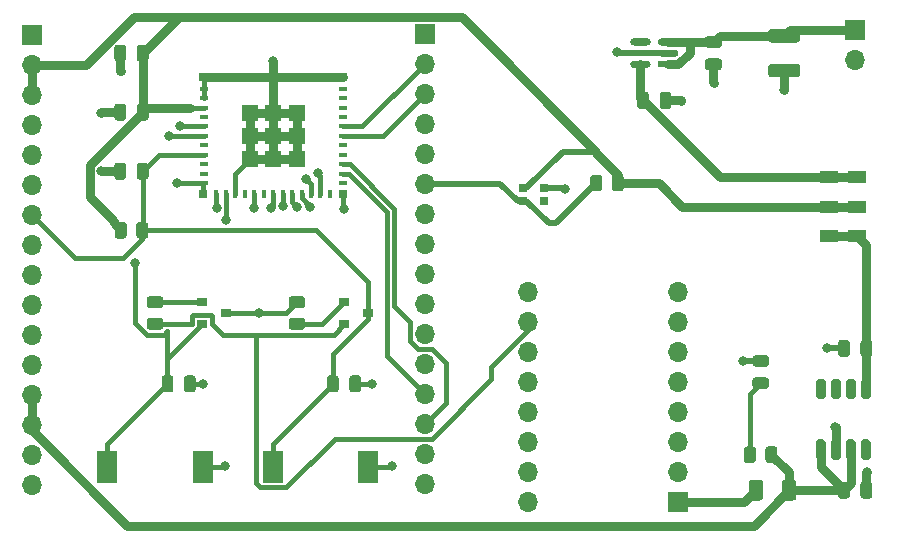
<source format=gbr>
G04 #@! TF.GenerationSoftware,KiCad,Pcbnew,(5.1.12-1-10_14)*
G04 #@! TF.CreationDate,2021-12-17T20:41:21-05:00*
G04 #@! TF.ProjectId,ClonedESP32DevBoard,436c6f6e-6564-4455-9350-333244657642,rev?*
G04 #@! TF.SameCoordinates,Original*
G04 #@! TF.FileFunction,Copper,L1,Top*
G04 #@! TF.FilePolarity,Positive*
%FSLAX46Y46*%
G04 Gerber Fmt 4.6, Leading zero omitted, Abs format (unit mm)*
G04 Created by KiCad (PCBNEW (5.1.12-1-10_14)) date 2021-12-17 20:41:21*
%MOMM*%
%LPD*%
G01*
G04 APERTURE LIST*
G04 #@! TA.AperFunction,ComponentPad*
%ADD10O,1.700000X1.700000*%
G04 #@! TD*
G04 #@! TA.AperFunction,ComponentPad*
%ADD11R,1.700000X1.700000*%
G04 #@! TD*
G04 #@! TA.AperFunction,SMDPad,CuDef*
%ADD12R,0.700000X0.700000*%
G04 #@! TD*
G04 #@! TA.AperFunction,SMDPad,CuDef*
%ADD13R,1.450000X1.450000*%
G04 #@! TD*
G04 #@! TA.AperFunction,SMDPad,CuDef*
%ADD14R,0.400000X0.800000*%
G04 #@! TD*
G04 #@! TA.AperFunction,SMDPad,CuDef*
%ADD15R,0.800000X0.400000*%
G04 #@! TD*
G04 #@! TA.AperFunction,SMDPad,CuDef*
%ADD16R,1.755639X0.609807*%
G04 #@! TD*
G04 #@! TA.AperFunction,SMDPad,CuDef*
%ADD17R,1.600000X1.000000*%
G04 #@! TD*
G04 #@! TA.AperFunction,SMDPad,CuDef*
%ADD18R,1.701800X2.692400*%
G04 #@! TD*
G04 #@! TA.AperFunction,SMDPad,CuDef*
%ADD19R,0.900000X0.800000*%
G04 #@! TD*
G04 #@! TA.AperFunction,ViaPad*
%ADD20C,0.800000*%
G04 #@! TD*
G04 #@! TA.AperFunction,Conductor*
%ADD21C,0.750000*%
G04 #@! TD*
G04 #@! TA.AperFunction,Conductor*
%ADD22C,0.500000*%
G04 #@! TD*
G04 #@! TA.AperFunction,Conductor*
%ADD23C,0.400000*%
G04 #@! TD*
G04 APERTURE END LIST*
D10*
G04 #@! TO.P,BT1,2*
G04 #@! TO.N,GND*
X111843800Y-104167700D03*
D11*
G04 #@! TO.P,BT1,1*
G04 #@! TO.N,Net-(BT1-Pad1)*
X111843800Y-101627700D03*
G04 #@! TD*
D10*
G04 #@! TO.P,J4,16*
G04 #@! TO.N,GND*
X75433800Y-140087700D03*
G04 #@! TO.P,J4,15*
X75433800Y-137547700D03*
G04 #@! TO.P,J4,14*
G04 #@! TO.N,/GPIO19*
X75433800Y-135007700D03*
G04 #@! TO.P,J4,13*
G04 #@! TO.N,/GPIO18*
X75433800Y-132467700D03*
G04 #@! TO.P,J4,12*
G04 #@! TO.N,GND*
X75433800Y-129927700D03*
G04 #@! TO.P,J4,11*
G04 #@! TO.N,/GPIO4*
X75433800Y-127387700D03*
G04 #@! TO.P,J4,10*
G04 #@! TO.N,/GPIO5*
X75433800Y-124847700D03*
G04 #@! TO.P,J4,9*
G04 #@! TO.N,/GPIO6*
X75433800Y-122307700D03*
G04 #@! TO.P,J4,8*
G04 #@! TO.N,/GPIO7*
X75433800Y-119767700D03*
G04 #@! TO.P,J4,7*
G04 #@! TO.N,GND*
X75433800Y-117227700D03*
G04 #@! TO.P,J4,6*
G04 #@! TO.N,/GPIO8*
X75433800Y-114687700D03*
G04 #@! TO.P,J4,5*
G04 #@! TO.N,/GPIO9*
X75433800Y-112147700D03*
G04 #@! TO.P,J4,4*
G04 #@! TO.N,GND*
X75433800Y-109607700D03*
G04 #@! TO.P,J4,3*
G04 #@! TO.N,/U0RXD*
X75433800Y-107067700D03*
G04 #@! TO.P,J4,2*
G04 #@! TO.N,/U0TXD*
X75433800Y-104527700D03*
D11*
G04 #@! TO.P,J4,1*
G04 #@! TO.N,GND*
X75433800Y-101987700D03*
G04 #@! TD*
D10*
G04 #@! TO.P,J3,16*
G04 #@! TO.N,GND*
X42113800Y-140167700D03*
G04 #@! TO.P,J3,15*
X42113800Y-137627700D03*
G04 #@! TO.P,J3,14*
G04 #@! TO.N,+5V*
X42113800Y-135087700D03*
G04 #@! TO.P,J3,13*
X42113800Y-132547700D03*
G04 #@! TO.P,J3,12*
G04 #@! TO.N,GND*
X42113800Y-130007700D03*
G04 #@! TO.P,J3,11*
G04 #@! TO.N,/GPIO10*
X42113800Y-127467700D03*
G04 #@! TO.P,J3,10*
G04 #@! TO.N,/GPIO1*
X42113800Y-124927700D03*
G04 #@! TO.P,J3,9*
G04 #@! TO.N,/GPIO0*
X42113800Y-122387700D03*
G04 #@! TO.P,J3,8*
G04 #@! TO.N,GND*
X42113800Y-119847700D03*
G04 #@! TO.P,J3,7*
G04 #@! TO.N,/CHIP_PU*
X42113800Y-117307700D03*
G04 #@! TO.P,J3,6*
G04 #@! TO.N,GND*
X42113800Y-114767700D03*
G04 #@! TO.P,J3,5*
G04 #@! TO.N,/GPIO3*
X42113800Y-112227700D03*
G04 #@! TO.P,J3,4*
G04 #@! TO.N,/GPIO2*
X42113800Y-109687700D03*
G04 #@! TO.P,J3,3*
G04 #@! TO.N,+3V3*
X42113800Y-107147700D03*
G04 #@! TO.P,J3,2*
X42113800Y-104607700D03*
D11*
G04 #@! TO.P,J3,1*
G04 #@! TO.N,GND*
X42113800Y-102067700D03*
G04 #@! TD*
G04 #@! TO.P,R4,2*
G04 #@! TO.N,/CHIP_PU*
G04 #@! TA.AperFunction,SMDPad,CuDef*
G36*
G01*
X50973800Y-119077701D02*
X50973800Y-118177699D01*
G75*
G02*
X51223799Y-117927700I249999J0D01*
G01*
X51748801Y-117927700D01*
G75*
G02*
X51998800Y-118177699I0J-249999D01*
G01*
X51998800Y-119077701D01*
G75*
G02*
X51748801Y-119327700I-249999J0D01*
G01*
X51223799Y-119327700D01*
G75*
G02*
X50973800Y-119077701I0J249999D01*
G01*
G37*
G04 #@! TD.AperFunction*
G04 #@! TO.P,R4,1*
G04 #@! TO.N,+3V3*
G04 #@! TA.AperFunction,SMDPad,CuDef*
G36*
G01*
X49148800Y-119077701D02*
X49148800Y-118177699D01*
G75*
G02*
X49398799Y-117927700I249999J0D01*
G01*
X49923801Y-117927700D01*
G75*
G02*
X50173800Y-118177699I0J-249999D01*
G01*
X50173800Y-119077701D01*
G75*
G02*
X49923801Y-119327700I-249999J0D01*
G01*
X49398799Y-119327700D01*
G75*
G02*
X49148800Y-119077701I0J249999D01*
G01*
G37*
G04 #@! TD.AperFunction*
G04 #@! TD*
D12*
G04 #@! TO.P,IC1,61*
G04 #@! TO.N,GND*
X68523800Y-105677700D03*
G04 #@! TO.P,IC1,60*
X68523800Y-115577700D03*
G04 #@! TO.P,IC1,59*
X56623800Y-115577700D03*
G04 #@! TO.P,IC1,58*
X56623800Y-105677700D03*
D13*
G04 #@! TO.P,IC1,57*
X64548800Y-110627700D03*
G04 #@! TO.P,IC1,56*
X64548800Y-112602700D03*
G04 #@! TO.P,IC1,55*
X62573800Y-112602700D03*
G04 #@! TO.P,IC1,54*
X60598800Y-112602700D03*
G04 #@! TO.P,IC1,53*
X60598800Y-110627700D03*
G04 #@! TO.P,IC1,52*
X60598800Y-108652700D03*
G04 #@! TO.P,IC1,51*
X62573800Y-108652700D03*
G04 #@! TO.P,IC1,50*
X64548800Y-108652700D03*
G04 #@! TO.P,IC1,49*
X62573800Y-110627700D03*
D14*
G04 #@! TO.P,IC1,48*
X57773800Y-105727700D03*
G04 #@! TO.P,IC1,47*
X58573800Y-105727700D03*
G04 #@! TO.P,IC1,46*
X59373800Y-105727700D03*
G04 #@! TO.P,IC1,45*
X60173800Y-105727700D03*
G04 #@! TO.P,IC1,44*
X60973800Y-105727700D03*
G04 #@! TO.P,IC1,43*
X61773800Y-105727700D03*
G04 #@! TO.P,IC1,42*
X62573800Y-105727700D03*
G04 #@! TO.P,IC1,41*
X63373800Y-105727700D03*
G04 #@! TO.P,IC1,40*
X64173800Y-105727700D03*
G04 #@! TO.P,IC1,39*
X64973800Y-105727700D03*
G04 #@! TO.P,IC1,38*
X65773800Y-105727700D03*
G04 #@! TO.P,IC1,37*
X66573800Y-105727700D03*
G04 #@! TO.P,IC1,36*
X67373800Y-105727700D03*
D15*
G04 #@! TO.P,IC1,35*
G04 #@! TO.N,Net-(IC1-Pad35)*
X68473800Y-106627700D03*
G04 #@! TO.P,IC1,34*
G04 #@! TO.N,Net-(IC1-Pad34)*
X68473800Y-107427700D03*
G04 #@! TO.P,IC1,33*
G04 #@! TO.N,Net-(IC1-Pad33)*
X68473800Y-108227700D03*
G04 #@! TO.P,IC1,32*
G04 #@! TO.N,Net-(IC1-Pad32)*
X68473800Y-109027700D03*
G04 #@! TO.P,IC1,31*
G04 #@! TO.N,/U0TXD*
X68473800Y-109827700D03*
G04 #@! TO.P,IC1,30*
G04 #@! TO.N,/U0RXD*
X68473800Y-110627700D03*
G04 #@! TO.P,IC1,29*
G04 #@! TO.N,Net-(IC1-Pad29)*
X68473800Y-111427700D03*
G04 #@! TO.P,IC1,28*
G04 #@! TO.N,Net-(IC1-Pad28)*
X68473800Y-112227700D03*
G04 #@! TO.P,IC1,27*
G04 #@! TO.N,/GPIO19*
X68473800Y-113027700D03*
G04 #@! TO.P,IC1,26*
G04 #@! TO.N,/GPIO18*
X68473800Y-113827700D03*
G04 #@! TO.P,IC1,25*
G04 #@! TO.N,Net-(IC1-Pad25)*
X68473800Y-114627700D03*
D14*
G04 #@! TO.P,IC1,24*
G04 #@! TO.N,Net-(IC1-Pad24)*
X67373800Y-115527700D03*
G04 #@! TO.P,IC1,23*
G04 #@! TO.N,/GPIO9*
X66573800Y-115527700D03*
G04 #@! TO.P,IC1,22*
G04 #@! TO.N,/GPIO8*
X65773800Y-115527700D03*
G04 #@! TO.P,IC1,21*
G04 #@! TO.N,/GPIO7*
X64973800Y-115527700D03*
G04 #@! TO.P,IC1,20*
G04 #@! TO.N,/GPIO6*
X64173800Y-115527700D03*
G04 #@! TO.P,IC1,19*
G04 #@! TO.N,/GPIO5*
X63373800Y-115527700D03*
G04 #@! TO.P,IC1,18*
G04 #@! TO.N,/GPIO4*
X62573800Y-115527700D03*
G04 #@! TO.P,IC1,17*
G04 #@! TO.N,Net-(IC1-Pad17)*
X61773800Y-115527700D03*
G04 #@! TO.P,IC1,16*
G04 #@! TO.N,/GPIO10*
X60973800Y-115527700D03*
G04 #@! TO.P,IC1,15*
G04 #@! TO.N,Net-(IC1-Pad15)*
X60173800Y-115527700D03*
G04 #@! TO.P,IC1,14*
G04 #@! TO.N,GND*
X59373800Y-115527700D03*
G04 #@! TO.P,IC1,13*
G04 #@! TO.N,/GPIO1*
X58573800Y-115527700D03*
G04 #@! TO.P,IC1,12*
G04 #@! TO.N,/GPIO0*
X57773800Y-115527700D03*
D15*
G04 #@! TO.P,IC1,11*
G04 #@! TO.N,GND*
X56673800Y-114627700D03*
G04 #@! TO.P,IC1,10*
G04 #@! TO.N,Net-(IC1-Pad10)*
X56673800Y-113827700D03*
G04 #@! TO.P,IC1,9*
G04 #@! TO.N,Net-(IC1-Pad9)*
X56673800Y-113027700D03*
G04 #@! TO.P,IC1,8*
G04 #@! TO.N,/CHIP_PU*
X56673800Y-112227700D03*
G04 #@! TO.P,IC1,7*
G04 #@! TO.N,Net-(IC1-Pad7)*
X56673800Y-111427700D03*
G04 #@! TO.P,IC1,6*
G04 #@! TO.N,/GPIO3*
X56673800Y-110627700D03*
G04 #@! TO.P,IC1,5*
G04 #@! TO.N,/GPIO2*
X56673800Y-109827700D03*
G04 #@! TO.P,IC1,4*
G04 #@! TO.N,Net-(IC1-Pad4)*
X56673800Y-109027700D03*
G04 #@! TO.P,IC1,3*
G04 #@! TO.N,+3V3*
X56673800Y-108227700D03*
G04 #@! TO.P,IC1,2*
G04 #@! TO.N,GND*
X56673800Y-107427700D03*
G04 #@! TO.P,IC1,1*
X56673800Y-106627700D03*
G04 #@! TD*
G04 #@! TO.P,C10,2*
G04 #@! TO.N,GND*
G04 #@! TA.AperFunction,SMDPad,CuDef*
G36*
G01*
X50123800Y-113152700D02*
X50123800Y-114102700D01*
G75*
G02*
X49873800Y-114352700I-250000J0D01*
G01*
X49373800Y-114352700D01*
G75*
G02*
X49123800Y-114102700I0J250000D01*
G01*
X49123800Y-113152700D01*
G75*
G02*
X49373800Y-112902700I250000J0D01*
G01*
X49873800Y-112902700D01*
G75*
G02*
X50123800Y-113152700I0J-250000D01*
G01*
G37*
G04 #@! TD.AperFunction*
G04 #@! TO.P,C10,1*
G04 #@! TO.N,/CHIP_PU*
G04 #@! TA.AperFunction,SMDPad,CuDef*
G36*
G01*
X52023800Y-113152700D02*
X52023800Y-114102700D01*
G75*
G02*
X51773800Y-114352700I-250000J0D01*
G01*
X51273800Y-114352700D01*
G75*
G02*
X51023800Y-114102700I0J250000D01*
G01*
X51023800Y-113152700D01*
G75*
G02*
X51273800Y-112902700I250000J0D01*
G01*
X51773800Y-112902700D01*
G75*
G02*
X52023800Y-113152700I0J-250000D01*
G01*
G37*
G04 #@! TD.AperFunction*
G04 #@! TD*
G04 #@! TO.P,C9,2*
G04 #@! TO.N,GND*
G04 #@! TA.AperFunction,SMDPad,CuDef*
G36*
G01*
X50123800Y-103152700D02*
X50123800Y-104102700D01*
G75*
G02*
X49873800Y-104352700I-250000J0D01*
G01*
X49373800Y-104352700D01*
G75*
G02*
X49123800Y-104102700I0J250000D01*
G01*
X49123800Y-103152700D01*
G75*
G02*
X49373800Y-102902700I250000J0D01*
G01*
X49873800Y-102902700D01*
G75*
G02*
X50123800Y-103152700I0J-250000D01*
G01*
G37*
G04 #@! TD.AperFunction*
G04 #@! TO.P,C9,1*
G04 #@! TO.N,+3V3*
G04 #@! TA.AperFunction,SMDPad,CuDef*
G36*
G01*
X52023800Y-103152700D02*
X52023800Y-104102700D01*
G75*
G02*
X51773800Y-104352700I-250000J0D01*
G01*
X51273800Y-104352700D01*
G75*
G02*
X51023800Y-104102700I0J250000D01*
G01*
X51023800Y-103152700D01*
G75*
G02*
X51273800Y-102902700I250000J0D01*
G01*
X51773800Y-102902700D01*
G75*
G02*
X52023800Y-103152700I0J-250000D01*
G01*
G37*
G04 #@! TD.AperFunction*
G04 #@! TD*
G04 #@! TO.P,C8,2*
G04 #@! TO.N,GND*
G04 #@! TA.AperFunction,SMDPad,CuDef*
G36*
G01*
X50123800Y-108152700D02*
X50123800Y-109102700D01*
G75*
G02*
X49873800Y-109352700I-250000J0D01*
G01*
X49373800Y-109352700D01*
G75*
G02*
X49123800Y-109102700I0J250000D01*
G01*
X49123800Y-108152700D01*
G75*
G02*
X49373800Y-107902700I250000J0D01*
G01*
X49873800Y-107902700D01*
G75*
G02*
X50123800Y-108152700I0J-250000D01*
G01*
G37*
G04 #@! TD.AperFunction*
G04 #@! TO.P,C8,1*
G04 #@! TO.N,+3V3*
G04 #@! TA.AperFunction,SMDPad,CuDef*
G36*
G01*
X52023800Y-108152700D02*
X52023800Y-109102700D01*
G75*
G02*
X51773800Y-109352700I-250000J0D01*
G01*
X51273800Y-109352700D01*
G75*
G02*
X51023800Y-109102700I0J250000D01*
G01*
X51023800Y-108152700D01*
G75*
G02*
X51273800Y-107902700I250000J0D01*
G01*
X51773800Y-107902700D01*
G75*
G02*
X52023800Y-108152700I0J-250000D01*
G01*
G37*
G04 #@! TD.AperFunction*
G04 #@! TD*
D16*
G04 #@! TO.P,U2,1*
G04 #@! TO.N,Net-(BT1-Pad1)*
X96019081Y-104577700D03*
G04 #@! TO.P,U2,2*
G04 #@! TO.N,GND*
G04 #@! TA.AperFunction,SMDPad,CuDef*
G36*
G01*
X96896900Y-103627699D02*
X96896900Y-103627699D01*
G75*
G02*
X96591997Y-103932602I-304903J0D01*
G01*
X95446165Y-103932602D01*
G75*
G02*
X95141262Y-103627699I0J304903D01*
G01*
X95141262Y-103627699D01*
G75*
G02*
X95446165Y-103322796I304903J0D01*
G01*
X96591997Y-103322796D01*
G75*
G02*
X96896900Y-103627699I0J-304903D01*
G01*
G37*
G04 #@! TD.AperFunction*
G04 #@! TO.P,U2,3*
G04 #@! TO.N,Net-(BT1-Pad1)*
G04 #@! TA.AperFunction,SMDPad,CuDef*
G36*
G01*
X96896900Y-102677699D02*
X96896900Y-102677699D01*
G75*
G02*
X96591997Y-102982602I-304903J0D01*
G01*
X95446165Y-102982602D01*
G75*
G02*
X95141262Y-102677699I0J304903D01*
G01*
X95141262Y-102677699D01*
G75*
G02*
X95446165Y-102372796I304903J0D01*
G01*
X96591997Y-102372796D01*
G75*
G02*
X96896900Y-102677699I0J-304903D01*
G01*
G37*
G04 #@! TD.AperFunction*
G04 #@! TO.P,U2,4*
G04 #@! TO.N,Net-(U2-Pad4)*
G04 #@! TA.AperFunction,SMDPad,CuDef*
G36*
G01*
X94546337Y-102677699D02*
X94546337Y-102677699D01*
G75*
G02*
X94241434Y-102982602I-304903J0D01*
G01*
X93095602Y-102982602D01*
G75*
G02*
X92790699Y-102677699I0J304903D01*
G01*
X92790699Y-102677699D01*
G75*
G02*
X93095602Y-102372796I304903J0D01*
G01*
X94241434Y-102372796D01*
G75*
G02*
X94546337Y-102677699I0J-304903D01*
G01*
G37*
G04 #@! TD.AperFunction*
G04 #@! TO.P,U2,5*
G04 #@! TO.N,/BAT3V*
G04 #@! TA.AperFunction,SMDPad,CuDef*
G36*
G01*
X94546337Y-104577700D02*
X94546337Y-104577700D01*
G75*
G02*
X94241434Y-104882603I-304903J0D01*
G01*
X93095602Y-104882603D01*
G75*
G02*
X92790699Y-104577700I0J304903D01*
G01*
X92790699Y-104577700D01*
G75*
G02*
X93095602Y-104272797I304903J0D01*
G01*
X94241434Y-104272797D01*
G75*
G02*
X94546337Y-104577700I0J-304903D01*
G01*
G37*
G04 #@! TD.AperFunction*
G04 #@! TD*
G04 #@! TO.P,U1,8*
G04 #@! TO.N,N/C*
G04 #@! TA.AperFunction,SMDPad,CuDef*
G36*
G01*
X109138800Y-132927700D02*
X108738800Y-132927700D01*
G75*
G02*
X108538800Y-132727700I0J200000D01*
G01*
X108538800Y-131377700D01*
G75*
G02*
X108738800Y-131177700I200000J0D01*
G01*
X109138800Y-131177700D01*
G75*
G02*
X109338800Y-131377700I0J-200000D01*
G01*
X109338800Y-132727700D01*
G75*
G02*
X109138800Y-132927700I-200000J0D01*
G01*
G37*
G04 #@! TD.AperFunction*
G04 #@! TO.P,U1,7*
G04 #@! TA.AperFunction,SMDPad,CuDef*
G36*
G01*
X110408800Y-132927700D02*
X110008800Y-132927700D01*
G75*
G02*
X109808800Y-132727700I0J200000D01*
G01*
X109808800Y-131377700D01*
G75*
G02*
X110008800Y-131177700I200000J0D01*
G01*
X110408800Y-131177700D01*
G75*
G02*
X110608800Y-131377700I0J-200000D01*
G01*
X110608800Y-132727700D01*
G75*
G02*
X110408800Y-132927700I-200000J0D01*
G01*
G37*
G04 #@! TD.AperFunction*
G04 #@! TO.P,U1,6*
G04 #@! TA.AperFunction,SMDPad,CuDef*
G36*
G01*
X111678800Y-132927700D02*
X111278800Y-132927700D01*
G75*
G02*
X111078800Y-132727700I0J200000D01*
G01*
X111078800Y-131377700D01*
G75*
G02*
X111278800Y-131177700I200000J0D01*
G01*
X111678800Y-131177700D01*
G75*
G02*
X111878800Y-131377700I0J-200000D01*
G01*
X111878800Y-132727700D01*
G75*
G02*
X111678800Y-132927700I-200000J0D01*
G01*
G37*
G04 #@! TD.AperFunction*
G04 #@! TO.P,U1,5*
G04 #@! TO.N,/USB3v*
G04 #@! TA.AperFunction,SMDPad,CuDef*
G36*
G01*
X112948800Y-132927700D02*
X112548800Y-132927700D01*
G75*
G02*
X112348800Y-132727700I0J200000D01*
G01*
X112348800Y-131377700D01*
G75*
G02*
X112548800Y-131177700I200000J0D01*
G01*
X112948800Y-131177700D01*
G75*
G02*
X113148800Y-131377700I0J-200000D01*
G01*
X113148800Y-132727700D01*
G75*
G02*
X112948800Y-132927700I-200000J0D01*
G01*
G37*
G04 #@! TD.AperFunction*
G04 #@! TO.P,U1,4*
G04 #@! TO.N,Net-(U1-Pad4)*
G04 #@! TA.AperFunction,SMDPad,CuDef*
G36*
G01*
X112948800Y-138077700D02*
X112548800Y-138077700D01*
G75*
G02*
X112348800Y-137877700I0J200000D01*
G01*
X112348800Y-136527700D01*
G75*
G02*
X112548800Y-136327700I200000J0D01*
G01*
X112948800Y-136327700D01*
G75*
G02*
X113148800Y-136527700I0J-200000D01*
G01*
X113148800Y-137877700D01*
G75*
G02*
X112948800Y-138077700I-200000J0D01*
G01*
G37*
G04 #@! TD.AperFunction*
G04 #@! TO.P,U1,3*
G04 #@! TO.N,+5V*
G04 #@! TA.AperFunction,SMDPad,CuDef*
G36*
G01*
X111678800Y-138077700D02*
X111278800Y-138077700D01*
G75*
G02*
X111078800Y-137877700I0J200000D01*
G01*
X111078800Y-136527700D01*
G75*
G02*
X111278800Y-136327700I200000J0D01*
G01*
X111678800Y-136327700D01*
G75*
G02*
X111878800Y-136527700I0J-200000D01*
G01*
X111878800Y-137877700D01*
G75*
G02*
X111678800Y-138077700I-200000J0D01*
G01*
G37*
G04 #@! TD.AperFunction*
G04 #@! TO.P,U1,2*
G04 #@! TO.N,GND*
G04 #@! TA.AperFunction,SMDPad,CuDef*
G36*
G01*
X110408800Y-138077700D02*
X110008800Y-138077700D01*
G75*
G02*
X109808800Y-137877700I0J200000D01*
G01*
X109808800Y-136527700D01*
G75*
G02*
X110008800Y-136327700I200000J0D01*
G01*
X110408800Y-136327700D01*
G75*
G02*
X110608800Y-136527700I0J-200000D01*
G01*
X110608800Y-137877700D01*
G75*
G02*
X110408800Y-138077700I-200000J0D01*
G01*
G37*
G04 #@! TD.AperFunction*
G04 #@! TO.P,U1,1*
G04 #@! TO.N,+5V*
G04 #@! TA.AperFunction,SMDPad,CuDef*
G36*
G01*
X109138800Y-138077700D02*
X108738800Y-138077700D01*
G75*
G02*
X108538800Y-137877700I0J200000D01*
G01*
X108538800Y-136527700D01*
G75*
G02*
X108738800Y-136327700I200000J0D01*
G01*
X109138800Y-136327700D01*
G75*
G02*
X109338800Y-136527700I0J-200000D01*
G01*
X109338800Y-137877700D01*
G75*
G02*
X109138800Y-138077700I-200000J0D01*
G01*
G37*
G04 #@! TD.AperFunction*
G04 #@! TD*
D17*
G04 #@! TO.P,SW3,3*
G04 #@! TO.N,/USB3v*
X112043800Y-119127700D03*
G04 #@! TO.P,SW3,2*
G04 #@! TO.N,+3V3*
X112043800Y-116627700D03*
G04 #@! TO.P,SW3,1*
G04 #@! TO.N,/BAT3V*
X112043800Y-114127700D03*
G04 #@! TO.P,SW3,6*
G04 #@! TO.N,/USB3v*
X109643800Y-119127700D03*
G04 #@! TO.P,SW3,5*
G04 #@! TO.N,+3V3*
X109643800Y-116627700D03*
G04 #@! TO.P,SW3,4*
G04 #@! TO.N,/BAT3V*
X109643800Y-114127700D03*
G04 #@! TD*
D18*
G04 #@! TO.P,SW2,1*
G04 #@! TO.N,/CHIP_PU*
X62522500Y-138627700D03*
G04 #@! TO.P,SW2,2*
G04 #@! TO.N,GND*
X70625100Y-138627700D03*
G04 #@! TD*
G04 #@! TO.P,SW1,1*
G04 #@! TO.N,/GPIO9*
X48522500Y-138627700D03*
G04 #@! TO.P,SW1,2*
G04 #@! TO.N,GND*
X56625100Y-138627700D03*
G04 #@! TD*
G04 #@! TO.P,R6,2*
G04 #@! TO.N,/GPIO8*
G04 #@! TA.AperFunction,SMDPad,CuDef*
G36*
G01*
X90443800Y-114177699D02*
X90443800Y-115077701D01*
G75*
G02*
X90193801Y-115327700I-249999J0D01*
G01*
X89668799Y-115327700D01*
G75*
G02*
X89418800Y-115077701I0J249999D01*
G01*
X89418800Y-114177699D01*
G75*
G02*
X89668799Y-113927700I249999J0D01*
G01*
X90193801Y-113927700D01*
G75*
G02*
X90443800Y-114177699I0J-249999D01*
G01*
G37*
G04 #@! TD.AperFunction*
G04 #@! TO.P,R6,1*
G04 #@! TO.N,+3V3*
G04 #@! TA.AperFunction,SMDPad,CuDef*
G36*
G01*
X92268800Y-114177699D02*
X92268800Y-115077701D01*
G75*
G02*
X92018801Y-115327700I-249999J0D01*
G01*
X91493799Y-115327700D01*
G75*
G02*
X91243800Y-115077701I0J249999D01*
G01*
X91243800Y-114177699D01*
G75*
G02*
X91493799Y-113927700I249999J0D01*
G01*
X92018801Y-113927700D01*
G75*
G02*
X92268800Y-114177699I0J-249999D01*
G01*
G37*
G04 #@! TD.AperFunction*
G04 #@! TD*
G04 #@! TO.P,R3,2*
G04 #@! TO.N,Net-(D3-Pad2)*
G04 #@! TA.AperFunction,SMDPad,CuDef*
G36*
G01*
X103443800Y-137177699D02*
X103443800Y-138077701D01*
G75*
G02*
X103193801Y-138327700I-249999J0D01*
G01*
X102668799Y-138327700D01*
G75*
G02*
X102418800Y-138077701I0J249999D01*
G01*
X102418800Y-137177699D01*
G75*
G02*
X102668799Y-136927700I249999J0D01*
G01*
X103193801Y-136927700D01*
G75*
G02*
X103443800Y-137177699I0J-249999D01*
G01*
G37*
G04 #@! TD.AperFunction*
G04 #@! TO.P,R3,1*
G04 #@! TO.N,+5V*
G04 #@! TA.AperFunction,SMDPad,CuDef*
G36*
G01*
X105268800Y-137177699D02*
X105268800Y-138077701D01*
G75*
G02*
X105018801Y-138327700I-249999J0D01*
G01*
X104493799Y-138327700D01*
G75*
G02*
X104243800Y-138077701I0J249999D01*
G01*
X104243800Y-137177699D01*
G75*
G02*
X104493799Y-136927700I249999J0D01*
G01*
X105018801Y-136927700D01*
G75*
G02*
X105268800Y-137177699I0J-249999D01*
G01*
G37*
G04 #@! TD.AperFunction*
G04 #@! TD*
G04 #@! TO.P,R2,2*
G04 #@! TO.N,Net-(Q2-Pad1)*
G04 #@! TA.AperFunction,SMDPad,CuDef*
G36*
G01*
X53023801Y-125227700D02*
X52123799Y-125227700D01*
G75*
G02*
X51873800Y-124977701I0J249999D01*
G01*
X51873800Y-124452699D01*
G75*
G02*
X52123799Y-124202700I249999J0D01*
G01*
X53023801Y-124202700D01*
G75*
G02*
X53273800Y-124452699I0J-249999D01*
G01*
X53273800Y-124977701D01*
G75*
G02*
X53023801Y-125227700I-249999J0D01*
G01*
G37*
G04 #@! TD.AperFunction*
G04 #@! TO.P,R2,1*
G04 #@! TO.N,/RTS*
G04 #@! TA.AperFunction,SMDPad,CuDef*
G36*
G01*
X53023801Y-127052700D02*
X52123799Y-127052700D01*
G75*
G02*
X51873800Y-126802701I0J249999D01*
G01*
X51873800Y-126277699D01*
G75*
G02*
X52123799Y-126027700I249999J0D01*
G01*
X53023801Y-126027700D01*
G75*
G02*
X53273800Y-126277699I0J-249999D01*
G01*
X53273800Y-126802701D01*
G75*
G02*
X53023801Y-127052700I-249999J0D01*
G01*
G37*
G04 #@! TD.AperFunction*
G04 #@! TD*
G04 #@! TO.P,R1,2*
G04 #@! TO.N,/DTR*
G04 #@! TA.AperFunction,SMDPad,CuDef*
G36*
G01*
X65023801Y-125227700D02*
X64123799Y-125227700D01*
G75*
G02*
X63873800Y-124977701I0J249999D01*
G01*
X63873800Y-124452699D01*
G75*
G02*
X64123799Y-124202700I249999J0D01*
G01*
X65023801Y-124202700D01*
G75*
G02*
X65273800Y-124452699I0J-249999D01*
G01*
X65273800Y-124977701D01*
G75*
G02*
X65023801Y-125227700I-249999J0D01*
G01*
G37*
G04 #@! TD.AperFunction*
G04 #@! TO.P,R1,1*
G04 #@! TO.N,Net-(Q1-Pad1)*
G04 #@! TA.AperFunction,SMDPad,CuDef*
G36*
G01*
X65023801Y-127052700D02*
X64123799Y-127052700D01*
G75*
G02*
X63873800Y-126802701I0J249999D01*
G01*
X63873800Y-126277699D01*
G75*
G02*
X64123799Y-126027700I249999J0D01*
G01*
X65023801Y-126027700D01*
G75*
G02*
X65273800Y-126277699I0J-249999D01*
G01*
X65273800Y-126802701D01*
G75*
G02*
X65023801Y-127052700I-249999J0D01*
G01*
G37*
G04 #@! TD.AperFunction*
G04 #@! TD*
D19*
G04 #@! TO.P,Q2,3*
G04 #@! TO.N,/DTR*
X58573800Y-125627700D03*
G04 #@! TO.P,Q2,2*
G04 #@! TO.N,/GPIO9*
X56573800Y-126577700D03*
G04 #@! TO.P,Q2,1*
G04 #@! TO.N,Net-(Q2-Pad1)*
X56573800Y-124677700D03*
G04 #@! TD*
G04 #@! TO.P,Q1,3*
G04 #@! TO.N,/CHIP_PU*
X70573800Y-125627700D03*
G04 #@! TO.P,Q1,2*
G04 #@! TO.N,/RTS*
X68573800Y-126577700D03*
G04 #@! TO.P,Q1,1*
G04 #@! TO.N,Net-(Q1-Pad1)*
X68573800Y-124677700D03*
G04 #@! TD*
D10*
G04 #@! TO.P,J1,9*
G04 #@! TO.N,Net-(J1-Pad9)*
X84143800Y-123847700D03*
G04 #@! TO.P,J1,8*
G04 #@! TO.N,Net-(J1-Pad8)*
X96843800Y-123847700D03*
G04 #@! TO.P,J1,10*
G04 #@! TO.N,/RTS*
X84143800Y-126387700D03*
G04 #@! TO.P,J1,7*
G04 #@! TO.N,Net-(J1-Pad7)*
X96843800Y-126387700D03*
G04 #@! TO.P,J1,11*
G04 #@! TO.N,/U0TXD*
X84143800Y-128927700D03*
G04 #@! TO.P,J1,6*
G04 #@! TO.N,Net-(J1-Pad6)*
X96843800Y-128927700D03*
G04 #@! TO.P,J1,12*
G04 #@! TO.N,/U0RXD*
X84143800Y-131467700D03*
G04 #@! TO.P,J1,5*
G04 #@! TO.N,Net-(J1-Pad5)*
X96843800Y-131467700D03*
G04 #@! TO.P,J1,13*
G04 #@! TO.N,Net-(J1-Pad13)*
X84143800Y-134007700D03*
G04 #@! TO.P,J1,4*
G04 #@! TO.N,Net-(J1-Pad4)*
X96843800Y-134007700D03*
G04 #@! TO.P,J1,14*
G04 #@! TO.N,/DTR*
X84143800Y-136547700D03*
G04 #@! TO.P,J1,3*
G04 #@! TO.N,GND*
X96843800Y-136547700D03*
G04 #@! TO.P,J1,15*
G04 #@! TO.N,Net-(J1-Pad15)*
X84143800Y-139087700D03*
G04 #@! TO.P,J1,2*
G04 #@! TO.N,Net-(J1-Pad2)*
X96843800Y-139087700D03*
G04 #@! TO.P,J1,16*
G04 #@! TO.N,Net-(J1-Pad16)*
X84143800Y-141627700D03*
D11*
G04 #@! TO.P,J1,1*
G04 #@! TO.N,VBUS*
X96843800Y-141627700D03*
G04 #@! TD*
G04 #@! TO.P,D3,2*
G04 #@! TO.N,Net-(D3-Pad2)*
G04 #@! TA.AperFunction,SMDPad,CuDef*
G36*
G01*
X103387550Y-131077700D02*
X104300050Y-131077700D01*
G75*
G02*
X104543800Y-131321450I0J-243750D01*
G01*
X104543800Y-131808950D01*
G75*
G02*
X104300050Y-132052700I-243750J0D01*
G01*
X103387550Y-132052700D01*
G75*
G02*
X103143800Y-131808950I0J243750D01*
G01*
X103143800Y-131321450D01*
G75*
G02*
X103387550Y-131077700I243750J0D01*
G01*
G37*
G04 #@! TD.AperFunction*
G04 #@! TO.P,D3,1*
G04 #@! TO.N,GND*
G04 #@! TA.AperFunction,SMDPad,CuDef*
G36*
G01*
X103387550Y-129202700D02*
X104300050Y-129202700D01*
G75*
G02*
X104543800Y-129446450I0J-243750D01*
G01*
X104543800Y-129933950D01*
G75*
G02*
X104300050Y-130177700I-243750J0D01*
G01*
X103387550Y-130177700D01*
G75*
G02*
X103143800Y-129933950I0J243750D01*
G01*
X103143800Y-129446450D01*
G75*
G02*
X103387550Y-129202700I243750J0D01*
G01*
G37*
G04 #@! TD.AperFunction*
G04 #@! TD*
G04 #@! TO.P,D2,2*
G04 #@! TO.N,VBUS*
G04 #@! TA.AperFunction,SMDPad,CuDef*
G36*
G01*
X104068800Y-140002700D02*
X104068800Y-141252700D01*
G75*
G02*
X103818800Y-141502700I-250000J0D01*
G01*
X103068800Y-141502700D01*
G75*
G02*
X102818800Y-141252700I0J250000D01*
G01*
X102818800Y-140002700D01*
G75*
G02*
X103068800Y-139752700I250000J0D01*
G01*
X103818800Y-139752700D01*
G75*
G02*
X104068800Y-140002700I0J-250000D01*
G01*
G37*
G04 #@! TD.AperFunction*
G04 #@! TO.P,D2,1*
G04 #@! TO.N,+5V*
G04 #@! TA.AperFunction,SMDPad,CuDef*
G36*
G01*
X106868800Y-140002700D02*
X106868800Y-141252700D01*
G75*
G02*
X106618800Y-141502700I-250000J0D01*
G01*
X105868800Y-141502700D01*
G75*
G02*
X105618800Y-141252700I0J250000D01*
G01*
X105618800Y-140002700D01*
G75*
G02*
X105868800Y-139752700I250000J0D01*
G01*
X106618800Y-139752700D01*
G75*
G02*
X106868800Y-140002700I0J-250000D01*
G01*
G37*
G04 #@! TD.AperFunction*
G04 #@! TD*
D12*
G04 #@! TO.P,D1,3*
G04 #@! TO.N,+3V3*
X83688800Y-115047700D03*
G04 #@! TO.P,D1,4*
G04 #@! TO.N,/GPIO8*
X83688800Y-116147700D03*
G04 #@! TO.P,D1,1*
G04 #@! TO.N,Net-(D1-Pad1)*
X85518800Y-116147700D03*
G04 #@! TO.P,D1,2*
G04 #@! TO.N,GND*
X85518800Y-115047700D03*
G04 #@! TD*
G04 #@! TO.P,C7,2*
G04 #@! TO.N,GND*
G04 #@! TA.AperFunction,SMDPad,CuDef*
G36*
G01*
X104743799Y-104527700D02*
X106943801Y-104527700D01*
G75*
G02*
X107193800Y-104777699I0J-249999D01*
G01*
X107193800Y-105427701D01*
G75*
G02*
X106943801Y-105677700I-249999J0D01*
G01*
X104743799Y-105677700D01*
G75*
G02*
X104493800Y-105427701I0J249999D01*
G01*
X104493800Y-104777699D01*
G75*
G02*
X104743799Y-104527700I249999J0D01*
G01*
G37*
G04 #@! TD.AperFunction*
G04 #@! TO.P,C7,1*
G04 #@! TO.N,Net-(BT1-Pad1)*
G04 #@! TA.AperFunction,SMDPad,CuDef*
G36*
G01*
X104743799Y-101577700D02*
X106943801Y-101577700D01*
G75*
G02*
X107193800Y-101827699I0J-249999D01*
G01*
X107193800Y-102477701D01*
G75*
G02*
X106943801Y-102727700I-249999J0D01*
G01*
X104743799Y-102727700D01*
G75*
G02*
X104493800Y-102477701I0J249999D01*
G01*
X104493800Y-101827699D01*
G75*
G02*
X104743799Y-101577700I249999J0D01*
G01*
G37*
G04 #@! TD.AperFunction*
G04 #@! TD*
G04 #@! TO.P,C6,2*
G04 #@! TO.N,GND*
G04 #@! TA.AperFunction,SMDPad,CuDef*
G36*
G01*
X95293800Y-108102700D02*
X95293800Y-107152700D01*
G75*
G02*
X95543800Y-106902700I250000J0D01*
G01*
X96043800Y-106902700D01*
G75*
G02*
X96293800Y-107152700I0J-250000D01*
G01*
X96293800Y-108102700D01*
G75*
G02*
X96043800Y-108352700I-250000J0D01*
G01*
X95543800Y-108352700D01*
G75*
G02*
X95293800Y-108102700I0J250000D01*
G01*
G37*
G04 #@! TD.AperFunction*
G04 #@! TO.P,C6,1*
G04 #@! TO.N,/BAT3V*
G04 #@! TA.AperFunction,SMDPad,CuDef*
G36*
G01*
X93393800Y-108102700D02*
X93393800Y-107152700D01*
G75*
G02*
X93643800Y-106902700I250000J0D01*
G01*
X94143800Y-106902700D01*
G75*
G02*
X94393800Y-107152700I0J-250000D01*
G01*
X94393800Y-108102700D01*
G75*
G02*
X94143800Y-108352700I-250000J0D01*
G01*
X93643800Y-108352700D01*
G75*
G02*
X93393800Y-108102700I0J250000D01*
G01*
G37*
G04 #@! TD.AperFunction*
G04 #@! TD*
G04 #@! TO.P,C5,2*
G04 #@! TO.N,GND*
G04 #@! TA.AperFunction,SMDPad,CuDef*
G36*
G01*
X99368800Y-104077700D02*
X100318800Y-104077700D01*
G75*
G02*
X100568800Y-104327700I0J-250000D01*
G01*
X100568800Y-104827700D01*
G75*
G02*
X100318800Y-105077700I-250000J0D01*
G01*
X99368800Y-105077700D01*
G75*
G02*
X99118800Y-104827700I0J250000D01*
G01*
X99118800Y-104327700D01*
G75*
G02*
X99368800Y-104077700I250000J0D01*
G01*
G37*
G04 #@! TD.AperFunction*
G04 #@! TO.P,C5,1*
G04 #@! TO.N,Net-(BT1-Pad1)*
G04 #@! TA.AperFunction,SMDPad,CuDef*
G36*
G01*
X99368800Y-102177700D02*
X100318800Y-102177700D01*
G75*
G02*
X100568800Y-102427700I0J-250000D01*
G01*
X100568800Y-102927700D01*
G75*
G02*
X100318800Y-103177700I-250000J0D01*
G01*
X99368800Y-103177700D01*
G75*
G02*
X99118800Y-102927700I0J250000D01*
G01*
X99118800Y-102427700D01*
G75*
G02*
X99368800Y-102177700I250000J0D01*
G01*
G37*
G04 #@! TD.AperFunction*
G04 #@! TD*
G04 #@! TO.P,C4,2*
G04 #@! TO.N,GND*
G04 #@! TA.AperFunction,SMDPad,CuDef*
G36*
G01*
X111393800Y-128152700D02*
X111393800Y-129102700D01*
G75*
G02*
X111143800Y-129352700I-250000J0D01*
G01*
X110643800Y-129352700D01*
G75*
G02*
X110393800Y-129102700I0J250000D01*
G01*
X110393800Y-128152700D01*
G75*
G02*
X110643800Y-127902700I250000J0D01*
G01*
X111143800Y-127902700D01*
G75*
G02*
X111393800Y-128152700I0J-250000D01*
G01*
G37*
G04 #@! TD.AperFunction*
G04 #@! TO.P,C4,1*
G04 #@! TO.N,/USB3v*
G04 #@! TA.AperFunction,SMDPad,CuDef*
G36*
G01*
X113293800Y-128152700D02*
X113293800Y-129102700D01*
G75*
G02*
X113043800Y-129352700I-250000J0D01*
G01*
X112543800Y-129352700D01*
G75*
G02*
X112293800Y-129102700I0J250000D01*
G01*
X112293800Y-128152700D01*
G75*
G02*
X112543800Y-127902700I250000J0D01*
G01*
X113043800Y-127902700D01*
G75*
G02*
X113293800Y-128152700I0J-250000D01*
G01*
G37*
G04 #@! TD.AperFunction*
G04 #@! TD*
G04 #@! TO.P,C3,2*
G04 #@! TO.N,GND*
G04 #@! TA.AperFunction,SMDPad,CuDef*
G36*
G01*
X112293800Y-141102700D02*
X112293800Y-140152700D01*
G75*
G02*
X112543800Y-139902700I250000J0D01*
G01*
X113043800Y-139902700D01*
G75*
G02*
X113293800Y-140152700I0J-250000D01*
G01*
X113293800Y-141102700D01*
G75*
G02*
X113043800Y-141352700I-250000J0D01*
G01*
X112543800Y-141352700D01*
G75*
G02*
X112293800Y-141102700I0J250000D01*
G01*
G37*
G04 #@! TD.AperFunction*
G04 #@! TO.P,C3,1*
G04 #@! TO.N,+5V*
G04 #@! TA.AperFunction,SMDPad,CuDef*
G36*
G01*
X110393800Y-141102700D02*
X110393800Y-140152700D01*
G75*
G02*
X110643800Y-139902700I250000J0D01*
G01*
X111143800Y-139902700D01*
G75*
G02*
X111393800Y-140152700I0J-250000D01*
G01*
X111393800Y-141102700D01*
G75*
G02*
X111143800Y-141352700I-250000J0D01*
G01*
X110643800Y-141352700D01*
G75*
G02*
X110393800Y-141102700I0J250000D01*
G01*
G37*
G04 #@! TD.AperFunction*
G04 #@! TD*
G04 #@! TO.P,C2,2*
G04 #@! TO.N,GND*
G04 #@! TA.AperFunction,SMDPad,CuDef*
G36*
G01*
X69023800Y-132102700D02*
X69023800Y-131152700D01*
G75*
G02*
X69273800Y-130902700I250000J0D01*
G01*
X69773800Y-130902700D01*
G75*
G02*
X70023800Y-131152700I0J-250000D01*
G01*
X70023800Y-132102700D01*
G75*
G02*
X69773800Y-132352700I-250000J0D01*
G01*
X69273800Y-132352700D01*
G75*
G02*
X69023800Y-132102700I0J250000D01*
G01*
G37*
G04 #@! TD.AperFunction*
G04 #@! TO.P,C2,1*
G04 #@! TO.N,/CHIP_PU*
G04 #@! TA.AperFunction,SMDPad,CuDef*
G36*
G01*
X67123800Y-132102700D02*
X67123800Y-131152700D01*
G75*
G02*
X67373800Y-130902700I250000J0D01*
G01*
X67873800Y-130902700D01*
G75*
G02*
X68123800Y-131152700I0J-250000D01*
G01*
X68123800Y-132102700D01*
G75*
G02*
X67873800Y-132352700I-250000J0D01*
G01*
X67373800Y-132352700D01*
G75*
G02*
X67123800Y-132102700I0J250000D01*
G01*
G37*
G04 #@! TD.AperFunction*
G04 #@! TD*
G04 #@! TO.P,C1,2*
G04 #@! TO.N,GND*
G04 #@! TA.AperFunction,SMDPad,CuDef*
G36*
G01*
X55023800Y-132102700D02*
X55023800Y-131152700D01*
G75*
G02*
X55273800Y-130902700I250000J0D01*
G01*
X55773800Y-130902700D01*
G75*
G02*
X56023800Y-131152700I0J-250000D01*
G01*
X56023800Y-132102700D01*
G75*
G02*
X55773800Y-132352700I-250000J0D01*
G01*
X55273800Y-132352700D01*
G75*
G02*
X55023800Y-132102700I0J250000D01*
G01*
G37*
G04 #@! TD.AperFunction*
G04 #@! TO.P,C1,1*
G04 #@! TO.N,/GPIO9*
G04 #@! TA.AperFunction,SMDPad,CuDef*
G36*
G01*
X53123800Y-132102700D02*
X53123800Y-131152700D01*
G75*
G02*
X53373800Y-130902700I250000J0D01*
G01*
X53873800Y-130902700D01*
G75*
G02*
X54123800Y-131152700I0J-250000D01*
G01*
X54123800Y-132102700D01*
G75*
G02*
X53873800Y-132352700I-250000J0D01*
G01*
X53373800Y-132352700D01*
G75*
G02*
X53123800Y-132102700I0J250000D01*
G01*
G37*
G04 #@! TD.AperFunction*
G04 #@! TD*
D20*
G04 #@! TO.N,GND*
X105823800Y-106737700D03*
X99863800Y-106117700D03*
X97113800Y-107647700D03*
X91713800Y-103557700D03*
X87313800Y-115087700D03*
X102383800Y-129667700D03*
X109483800Y-128587700D03*
X110173800Y-135237700D03*
X112813800Y-139077700D03*
X58453800Y-138577700D03*
X72603800Y-138577700D03*
X70943800Y-131607700D03*
X56643800Y-131607700D03*
X48023800Y-108667700D03*
X48023800Y-113617700D03*
X49663800Y-105167700D03*
X62573800Y-104257700D03*
X68563800Y-116837700D03*
X54413800Y-114637700D03*
G04 #@! TO.N,/GPIO9*
X66363800Y-113807700D03*
X50903800Y-121387700D03*
G04 #@! TO.N,/GPIO8*
X65383800Y-114287700D03*
G04 #@! TO.N,/DTR*
X61333800Y-125627700D03*
G04 #@! TO.N,/GPIO7*
X65685171Y-116636329D03*
G04 #@! TO.N,/GPIO6*
X64558696Y-116641225D03*
G04 #@! TO.N,/GPIO5*
X63378381Y-116600910D03*
G04 #@! TO.N,/GPIO4*
X62353800Y-116707700D03*
G04 #@! TO.N,/GPIO10*
X60963800Y-116747700D03*
G04 #@! TO.N,/GPIO1*
X58603800Y-117767700D03*
G04 #@! TO.N,/GPIO0*
X57783800Y-116697700D03*
G04 #@! TO.N,/GPIO3*
X53763800Y-110617700D03*
G04 #@! TO.N,/GPIO2*
X54723800Y-109817700D03*
G04 #@! TD*
D21*
G04 #@! TO.N,GND*
X105843800Y-106717700D02*
X105823800Y-106737700D01*
X105843800Y-105102700D02*
X105843800Y-106717700D01*
X99843800Y-106097700D02*
X99863800Y-106117700D01*
X99843800Y-104577700D02*
X99843800Y-106097700D01*
X97093800Y-107627700D02*
X97113800Y-107647700D01*
X95793800Y-107627700D02*
X97093800Y-107627700D01*
D22*
X91783799Y-103627699D02*
X91713800Y-103557700D01*
X96019081Y-103627699D02*
X91783799Y-103627699D01*
X87273800Y-115047700D02*
X87313800Y-115087700D01*
X85518800Y-115047700D02*
X87273800Y-115047700D01*
X102406300Y-129690200D02*
X102383800Y-129667700D01*
X103843800Y-129690200D02*
X102406300Y-129690200D01*
X109523800Y-128627700D02*
X109483800Y-128587700D01*
X110893800Y-128627700D02*
X109523800Y-128627700D01*
D21*
X110208800Y-135272700D02*
X110173800Y-135237700D01*
X110208800Y-137202700D02*
X110208800Y-135272700D01*
X112793800Y-139097700D02*
X112813800Y-139077700D01*
X112793800Y-140627700D02*
X112793800Y-139097700D01*
D23*
X58403800Y-138627700D02*
X58453800Y-138577700D01*
X56625100Y-138627700D02*
X58403800Y-138627700D01*
X72553800Y-138627700D02*
X72603800Y-138577700D01*
X70625100Y-138627700D02*
X72553800Y-138627700D01*
X70923800Y-131627700D02*
X70943800Y-131607700D01*
X69523800Y-131627700D02*
X70923800Y-131627700D01*
X56623800Y-131627700D02*
X56643800Y-131607700D01*
X55523800Y-131627700D02*
X56623800Y-131627700D01*
D21*
X48063800Y-108627700D02*
X48023800Y-108667700D01*
X49623800Y-108627700D02*
X48063800Y-108627700D01*
X48033800Y-113627700D02*
X48023800Y-113617700D01*
X49623800Y-113627700D02*
X48033800Y-113627700D01*
X49623800Y-105127700D02*
X49663800Y-105167700D01*
X49623800Y-103627700D02*
X49623800Y-105127700D01*
X60598800Y-108652700D02*
X64548800Y-108652700D01*
X60598800Y-110627700D02*
X64548800Y-110627700D01*
X60598800Y-112602700D02*
X64548800Y-112602700D01*
X60598800Y-108652700D02*
X60598800Y-112602700D01*
X62573800Y-108652700D02*
X62573800Y-112602700D01*
X64548800Y-108652700D02*
X64548800Y-112602700D01*
X56623800Y-105677700D02*
X68523800Y-105677700D01*
X62573800Y-108652700D02*
X62573800Y-105727700D01*
X62573800Y-105727700D02*
X62573800Y-104257700D01*
D23*
X56673800Y-105727700D02*
X56623800Y-105677700D01*
X56673800Y-107427700D02*
X56673800Y-105727700D01*
X59373800Y-113827700D02*
X60598800Y-112602700D01*
X59373800Y-115527700D02*
X59373800Y-113827700D01*
X56623800Y-114677700D02*
X56673800Y-114627700D01*
X56623800Y-115577700D02*
X56623800Y-114677700D01*
X68523800Y-116797700D02*
X68563800Y-116837700D01*
X68523800Y-115577700D02*
X68523800Y-116797700D01*
X54423800Y-114627700D02*
X54413800Y-114637700D01*
X56673800Y-114627700D02*
X54423800Y-114627700D01*
G04 #@! TO.N,/GPIO9*
X48522500Y-136729000D02*
X53623800Y-131627700D01*
X48522500Y-138627700D02*
X48522500Y-136729000D01*
X53623800Y-129527700D02*
X56573800Y-126577700D01*
X53623800Y-131627700D02*
X53623800Y-129527700D01*
X66573800Y-114017700D02*
X66363800Y-113807700D01*
X66573800Y-115527700D02*
X66573800Y-114017700D01*
X50903800Y-126501956D02*
X50903800Y-121387700D01*
X53293046Y-127452710D02*
X51854554Y-127452710D01*
X53623800Y-127140210D02*
X53605546Y-127140210D01*
X51854554Y-127452710D02*
X50903800Y-126501956D01*
X53605546Y-127140210D02*
X53293046Y-127452710D01*
X53623800Y-131627700D02*
X53623800Y-127140210D01*
G04 #@! TO.N,/CHIP_PU*
X52923800Y-112227700D02*
X51523800Y-113627700D01*
X56673800Y-112227700D02*
X52923800Y-112227700D01*
X51523800Y-118590200D02*
X51486300Y-118627700D01*
X51523800Y-113627700D02*
X51523800Y-118590200D01*
X45773800Y-120967700D02*
X42113800Y-117307700D01*
X49846300Y-120967700D02*
X45773800Y-120967700D01*
X51486300Y-119327700D02*
X49846300Y-120967700D01*
X51486300Y-118627700D02*
X51486300Y-119327700D01*
X62522500Y-136729000D02*
X67623800Y-131627700D01*
X62522500Y-138627700D02*
X62522500Y-136729000D01*
X70573800Y-126147702D02*
X70573800Y-125627700D01*
X67623800Y-129097702D02*
X70573800Y-126147702D01*
X67623800Y-131627700D02*
X67623800Y-129097702D01*
X70573800Y-125627700D02*
X70573800Y-122977700D01*
X66223800Y-118627700D02*
X51486300Y-118627700D01*
X70573800Y-122977700D02*
X66223800Y-118627700D01*
D21*
G04 #@! TO.N,+5V*
X106243800Y-139115200D02*
X104756300Y-137627700D01*
X106243800Y-140627700D02*
X106243800Y-139115200D01*
X106243800Y-140627700D02*
X110893800Y-140627700D01*
X111478800Y-140042700D02*
X111478800Y-137202700D01*
X110893800Y-140627700D02*
X111478800Y-140042700D01*
X108938800Y-138672700D02*
X108938800Y-137202700D01*
X110893800Y-140627700D02*
X108938800Y-138672700D01*
X42113800Y-135087700D02*
X42113800Y-132547700D01*
X103243800Y-143627700D02*
X106243800Y-140627700D01*
X42113800Y-135518698D02*
X50222802Y-143627700D01*
X50222802Y-143627700D02*
X103243800Y-143627700D01*
X42113800Y-135087700D02*
X42113800Y-135518698D01*
G04 #@! TO.N,/USB3v*
X112748800Y-128672700D02*
X112793800Y-128627700D01*
X112748800Y-132052700D02*
X112748800Y-128672700D01*
G04 #@! TO.N,/BAT3V*
X109643800Y-114127700D02*
X112043800Y-114127700D01*
G04 #@! TO.N,/USB3v*
X109643800Y-119127700D02*
X112043800Y-119127700D01*
X112793800Y-119877700D02*
X112043800Y-119127700D01*
X112793800Y-128627700D02*
X112793800Y-119877700D01*
G04 #@! TO.N,/BAT3V*
X100393800Y-114127700D02*
X93893800Y-107627700D01*
X112043800Y-114127700D02*
X100393800Y-114127700D01*
X93668518Y-107402418D02*
X93893800Y-107627700D01*
X93668518Y-104577700D02*
X93668518Y-107402418D01*
G04 #@! TO.N,+3V3*
X109643800Y-116627700D02*
X112043800Y-116627700D01*
G04 #@! TO.N,/GPIO8*
X89931300Y-114681944D02*
X89931300Y-114627700D01*
G04 #@! TO.N,+3V3*
X54588801Y-100562699D02*
X51523800Y-103627700D01*
X89931300Y-111965200D02*
X78528799Y-100562699D01*
X51523800Y-103627700D02*
X51523800Y-108627700D01*
D23*
X55553800Y-108227700D02*
X56673800Y-108227700D01*
D21*
X51923800Y-108227700D02*
X51523800Y-108627700D01*
X55553800Y-108227700D02*
X51923800Y-108227700D01*
X42113800Y-107147700D02*
X42113800Y-104607700D01*
X42113800Y-104607700D02*
X46752056Y-104607700D01*
X50797057Y-100562699D02*
X55848801Y-100562699D01*
X46752056Y-104607700D02*
X50797057Y-100562699D01*
X55848801Y-100562699D02*
X54588801Y-100562699D01*
X78528799Y-100562699D02*
X55848801Y-100562699D01*
X89931300Y-111965200D02*
X89931300Y-112102700D01*
X109643800Y-116627700D02*
X97213802Y-116627700D01*
D22*
X87091298Y-111965200D02*
X89931300Y-111965200D01*
X84008798Y-115047700D02*
X87091298Y-111965200D01*
X83688800Y-115047700D02*
X84008798Y-115047700D01*
D21*
X49153800Y-118120200D02*
X49661300Y-118627700D01*
X48973800Y-117807700D02*
X49153800Y-117987700D01*
X47048799Y-115832699D02*
X48973800Y-117757700D01*
X51523800Y-108627700D02*
X47048799Y-113102701D01*
X48973800Y-117757700D02*
X48973800Y-117807700D01*
X49153800Y-117987700D02*
X49153800Y-118120200D01*
X47048799Y-113102701D02*
X47048799Y-115832699D01*
X95213802Y-114627700D02*
X97213802Y-116627700D01*
X91756300Y-114627700D02*
X95213802Y-114627700D01*
X91756300Y-113927700D02*
X91756300Y-114627700D01*
X89931300Y-112102700D02*
X91756300Y-113927700D01*
D22*
G04 #@! TO.N,/GPIO8*
X83278798Y-116147700D02*
X83688800Y-116147700D01*
X81818798Y-114687700D02*
X83278798Y-116147700D01*
X75433800Y-114687700D02*
X81818798Y-114687700D01*
X86521300Y-118037700D02*
X89931300Y-114627700D01*
X85898798Y-118037700D02*
X86521300Y-118037700D01*
X84008798Y-116147700D02*
X85898798Y-118037700D01*
X83688800Y-116147700D02*
X84008798Y-116147700D01*
D23*
X65773800Y-114677700D02*
X65383800Y-114287700D01*
X65773800Y-115527700D02*
X65773800Y-114677700D01*
D21*
G04 #@! TO.N,VBUS*
X102443800Y-141627700D02*
X103443800Y-140627700D01*
X96843800Y-141627700D02*
X102443800Y-141627700D01*
D23*
G04 #@! TO.N,Net-(D3-Pad2)*
X102931300Y-132477700D02*
X103843800Y-131565200D01*
X102931300Y-137627700D02*
X102931300Y-132477700D01*
G04 #@! TO.N,/RTS*
X57423801Y-126540200D02*
X58336311Y-127452710D01*
X67698790Y-127452710D02*
X68573800Y-126577700D01*
X57343801Y-125777699D02*
X57423801Y-125857699D01*
X55803799Y-125777699D02*
X57343801Y-125777699D01*
X55723799Y-126540200D02*
X55723799Y-125857699D01*
X57423801Y-125857699D02*
X57423801Y-126540200D01*
X55723799Y-125857699D02*
X55803799Y-125777699D01*
X52573800Y-126540200D02*
X55723799Y-126540200D01*
X61108790Y-139992690D02*
X61108790Y-127452710D01*
X67769603Y-136297699D02*
X63693401Y-140373901D01*
X75993803Y-136297699D02*
X67769603Y-136297699D01*
X81043800Y-131247702D02*
X75993803Y-136297699D01*
X61490001Y-140373901D02*
X61108790Y-139992690D01*
X81043800Y-130177698D02*
X81043800Y-131247702D01*
X84143800Y-127077698D02*
X81043800Y-130177698D01*
X84143800Y-126387700D02*
X84143800Y-127077698D01*
X61108790Y-127452710D02*
X67698790Y-127452710D01*
X63693401Y-140373901D02*
X61490001Y-140373901D01*
X58336311Y-127452710D02*
X61108790Y-127452710D01*
G04 #@! TO.N,/U0TXD*
X70133800Y-109827700D02*
X68473800Y-109827700D01*
X75433800Y-104527700D02*
X70133800Y-109827700D01*
G04 #@! TO.N,/U0RXD*
X71873800Y-110627700D02*
X75433800Y-107067700D01*
X68473800Y-110627700D02*
X71873800Y-110627700D01*
G04 #@! TO.N,/DTR*
X63661300Y-125627700D02*
X64573800Y-124715200D01*
X58573800Y-125627700D02*
X61333800Y-125627700D01*
X61333800Y-125627700D02*
X63661300Y-125627700D01*
G04 #@! TO.N,Net-(Q1-Pad1)*
X66711300Y-126540200D02*
X68573800Y-124677700D01*
X64573800Y-126540200D02*
X66711300Y-126540200D01*
G04 #@! TO.N,Net-(Q2-Pad1)*
X56536300Y-124715200D02*
X56573800Y-124677700D01*
X52573800Y-124715200D02*
X56536300Y-124715200D01*
G04 #@! TO.N,/GPIO19*
X76023802Y-128667700D02*
X77223800Y-129867698D01*
X74863798Y-128667700D02*
X76023802Y-128667700D01*
X74183799Y-127987701D02*
X74863798Y-128667700D01*
X72813810Y-125027710D02*
X74183799Y-126397699D01*
X74183799Y-126397699D02*
X74183799Y-127987701D01*
X72813810Y-116799166D02*
X72813810Y-125027710D01*
X69042344Y-113027700D02*
X72813810Y-116799166D01*
X68473800Y-113027700D02*
X69042344Y-113027700D01*
X77223800Y-133217700D02*
X75433800Y-135007700D01*
X77223800Y-129867698D02*
X77223800Y-133217700D01*
G04 #@! TO.N,/GPIO18*
X68993802Y-113827700D02*
X72213800Y-117047698D01*
X68473800Y-113827700D02*
X68993802Y-113827700D01*
X72213800Y-129247700D02*
X75433800Y-132467700D01*
X72213800Y-117047698D02*
X72213800Y-129247700D01*
G04 #@! TO.N,/GPIO7*
X64973800Y-115924958D02*
X65685171Y-116636329D01*
X64973800Y-115527700D02*
X64973800Y-115924958D01*
G04 #@! TO.N,/GPIO6*
X64173800Y-116256329D02*
X64558696Y-116641225D01*
X64173800Y-115527700D02*
X64173800Y-116256329D01*
G04 #@! TO.N,/GPIO5*
X63373800Y-116596329D02*
X63378381Y-116600910D01*
X63373800Y-115527700D02*
X63373800Y-116596329D01*
G04 #@! TO.N,/GPIO4*
X62573800Y-116487700D02*
X62353800Y-116707700D01*
X62573800Y-115527700D02*
X62573800Y-116487700D01*
G04 #@! TO.N,/GPIO10*
X60973800Y-116737700D02*
X60963800Y-116747700D01*
X60973800Y-115527700D02*
X60973800Y-116737700D01*
G04 #@! TO.N,/GPIO1*
X58573800Y-117737700D02*
X58603800Y-117767700D01*
X58603800Y-115557700D02*
X58603800Y-117767700D01*
X58573800Y-115527700D02*
X58603800Y-115557700D01*
G04 #@! TO.N,/GPIO0*
X57773800Y-116697700D02*
X57783800Y-116707700D01*
X57773800Y-115527700D02*
X57773800Y-116697700D01*
G04 #@! TO.N,/GPIO3*
X53773800Y-110627700D02*
X53763800Y-110617700D01*
X56673800Y-110627700D02*
X53773800Y-110627700D01*
G04 #@! TO.N,/GPIO2*
X54733800Y-109827700D02*
X54723800Y-109817700D01*
X56673800Y-109827700D02*
X54733800Y-109827700D01*
D21*
G04 #@! TO.N,Net-(BT1-Pad1)*
X106368800Y-101627700D02*
X105843800Y-102152700D01*
X111843800Y-101627700D02*
X106368800Y-101627700D01*
X100368800Y-102152700D02*
X99843800Y-102677700D01*
X105843800Y-102152700D02*
X100368800Y-102152700D01*
X96019082Y-102677700D02*
X96019081Y-102677699D01*
X96886385Y-104577700D02*
X97893800Y-103570285D01*
X96019081Y-104577700D02*
X96886385Y-104577700D01*
X97893800Y-103570285D02*
X97893800Y-102677700D01*
X97893800Y-102677700D02*
X96019082Y-102677700D01*
X99843800Y-102677700D02*
X97893800Y-102677700D01*
G04 #@! TD*
M02*

</source>
